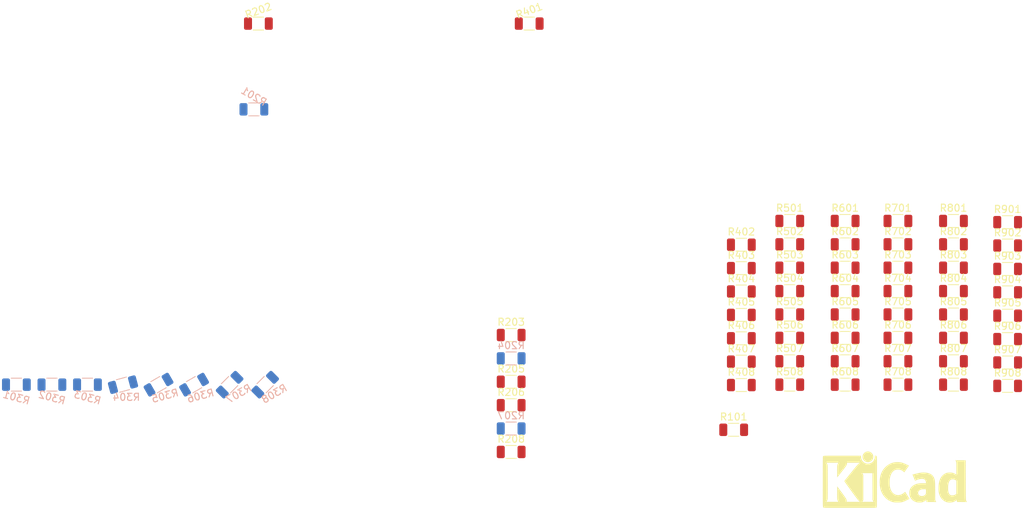
<source format=kicad_pcb>
(kicad_pcb (version 20231231) (generator "pcbnew") (generator_version "7.99")
  (layers (0 "F.Cu" signal) (31 "B.Cu" signal) (34 "B.Paste" user) (35 "F.Paste" user) (36 "B.SilkS" user "B.Silkscreen") (37 "F.SilkS" user "F.Silkscreen") (38 "B.Mask" user) (39 "F.Mask" user) (44 "Edge.Cuts" user))
  (net 0 "")
  (footprint "Resistor_SMD:R_1206_3216Metric" (layer "F.Cu") (at 105.41 88.495)
    (property "Reference" "R205" (at 0 -1.82 0) (layer "F.SilkS"))
    (property "Value" "R")
    (pad "1" smd roundrect (at -1.4625 0) (size 1.125 1.75) (layers "F.Cu" "F.Paste" "F.Mask") (roundrect_rratio 0.222222))
    (pad "2" smd roundrect (at 1.4625 0) (size 1.125 1.75) (layers "F.Cu" "F.Paste" "F.Mask") (roundrect_rratio 0.222222))
  )
  (footprint "Resistor_SMD:R_1206_3216Metric" (layer "F.Cu") (at 175.26 66.04)
    (property "Reference" "R901" (at 0 -1.82 0) (layer "F.SilkS"))
    (property "Value" "R")
    (pad "1" smd roundrect (at -1.4625 0) (size 1.125 1.75) (layers "F.Cu" "F.Paste" "F.Mask") (roundrect_rratio 0.222222))
    (pad "2" smd roundrect (at 1.4625 0) (size 1.125 1.75) (layers "F.Cu" "F.Paste" "F.Mask") (roundrect_rratio 0.222222))
  )
  (footprint "Resistor_SMD:R_1206_3216Metric" (layer "F.Cu") (at 159.8275 79.03)
    (property "Reference" "R705" (at 0 -1.82 0) (layer "F.SilkS"))
    (property "Value" "R")
    (pad "1" smd roundrect (at -1.4625 0) (size 1.125 1.75) (layers "F.Cu" "F.Paste" "F.Mask") (roundrect_rratio 0.222222))
    (pad "2" smd roundrect (at 1.4625 0) (size 1.125 1.75) (layers "F.Cu" "F.Paste" "F.Mask") (roundrect_rratio 0.222222))
  )
  (footprint "Resistor_SMD:R_1206_3216Metric" (layer "F.Cu") (at 107.95 38.1)
    (property "Reference" "R401" (at 0 -1.82 20) (layer "F.SilkS"))
    (property "Value" "R")
    (pad "1" smd roundrect (at -1.4625 0) (size 1.125 1.75) (layers "F.Cu" "F.Paste" "F.Mask") (roundrect_rratio 0.222222))
    (pad "2" smd roundrect (at 1.4625 0) (size 1.125 1.75) (layers "F.Cu" "F.Paste" "F.Mask") (roundrect_rratio 0.222222))
  )
  (footprint "Resistor_SMD:R_1206_3216Metric" (layer "F.Cu") (at 175.26 82.49)
    (property "Reference" "R906" (at 0 -1.82 0) (layer "F.SilkS"))
    (property "Value" "R")
    (pad "1" smd roundrect (at -1.4625 0) (size 1.125 1.75) (layers "F.Cu" "F.Paste" "F.Mask") (roundrect_rratio 0.222222))
    (pad "2" smd roundrect (at 1.4625 0) (size 1.125 1.75) (layers "F.Cu" "F.Paste" "F.Mask") (roundrect_rratio 0.222222))
  )
  (footprint "Resistor_SMD:R_1206_3216Metric" (layer "F.Cu") (at 175.26 72.62)
    (property "Reference" "R903" (at 0 -1.82 0) (layer "F.SilkS"))
    (property "Value" "R")
    (pad "1" smd roundrect (at -1.4625 0) (size 1.125 1.75) (layers "F.Cu" "F.Paste" "F.Mask") (roundrect_rratio 0.222222))
    (pad "2" smd roundrect (at 1.4625 0) (size 1.125 1.75) (layers "F.Cu" "F.Paste" "F.Mask") (roundrect_rratio 0.222222))
  )
  (footprint "Resistor_SMD:R_1206_3216Metric" (layer "F.Cu") (at 137.795 88.955)
    (property "Reference" "R408" (at 0 -1.82 0) (layer "F.SilkS"))
    (property "Value" "R")
    (pad "1" smd roundrect (at -1.4625 0) (size 1.125 1.75) (layers "F.Cu" "F.Paste" "F.Mask") (roundrect_rratio 0.222222))
    (pad "2" smd roundrect (at 1.4625 0) (size 1.125 1.75) (layers "F.Cu" "F.Paste" "F.Mask") (roundrect_rratio 0.222222))
  )
  (footprint "Resistor_SMD:R_1206_3216Metric" (layer "F.Cu") (at 152.4 65.87)
    (property "Reference" "R601" (at 0 -1.82 0) (layer "F.SilkS"))
    (property "Value" "R")
    (pad "1" smd roundrect (at -1.4625 0) (size 1.125 1.75) (layers "F.Cu" "F.Paste" "F.Mask") (roundrect_rratio 0.222222))
    (pad "2" smd roundrect (at 1.4625 0) (size 1.125 1.75) (layers "F.Cu" "F.Paste" "F.Mask") (roundrect_rratio 0.222222))
  )
  (footprint "Resistor_SMD:R_1206_3216Metric" (layer "F.Cu") (at 152.4 75.74)
    (property "Reference" "R604" (at 0 -1.82 0) (layer "F.SilkS"))
    (property "Value" "R")
    (pad "1" smd roundrect (at -1.4625 0) (size 1.125 1.75) (layers "F.Cu" "F.Paste" "F.Mask") (roundrect_rratio 0.222222))
    (pad "2" smd roundrect (at 1.4625 0) (size 1.125 1.75) (layers "F.Cu" "F.Paste" "F.Mask") (roundrect_rratio 0.222222))
  )
  (footprint "Resistor_SMD:R_1206_3216Metric" (layer "F.Cu") (at 175.26 89.07)
    (property "Reference" "R908" (at 0 -1.82 0) (layer "F.SilkS"))
    (property "Value" "R")
    (pad "1" smd roundrect (at -1.4625 0) (size 1.125 1.75) (layers "F.Cu" "F.Paste" "F.Mask") (roundrect_rratio 0.222222))
    (pad "2" smd roundrect (at 1.4625 0) (size 1.125 1.75) (layers "F.Cu" "F.Paste" "F.Mask") (roundrect_rratio 0.222222))
  )
  (footprint "Resistor_SMD:R_1206_3216Metric" (layer "F.Cu") (at 105.41 91.785)
    (property "Reference" "R206" (at 0 -1.82 0) (layer "F.SilkS"))
    (property "Value" "R")
    (pad "1" smd roundrect (at -1.4625 0) (size 1.125 1.75) (layers "F.Cu" "F.Paste" "F.Mask") (roundrect_rratio 0.222222))
    (pad "2" smd roundrect (at 1.4625 0) (size 1.125 1.75) (layers "F.Cu" "F.Paste" "F.Mask") (roundrect_rratio 0.222222))
  )
  (footprint "Resistor_SMD:R_1206_3216Metric" (layer "F.Cu") (at 175.26 75.91)
    (property "Reference" "R904" (at 0 -1.82 0) (layer "F.SilkS"))
    (property "Value" "R")
    (pad "1" smd roundrect (at -1.4625 0) (size 1.125 1.75) (layers "F.Cu" "F.Paste" "F.Mask") (roundrect_rratio 0.222222))
    (pad "2" smd roundrect (at 1.4625 0) (size 1.125 1.75) (layers "F.Cu" "F.Paste" "F.Mask") (roundrect_rratio 0.222222))
  )
  (footprint "Resistor_SMD:R_1206_3216Metric" (layer "F.Cu") (at 159.8275 88.9)
    (property "Reference" "R708" (at 0 -1.82 0) (layer "F.SilkS"))
    (property "Value" "R")
    (pad "1" smd roundrect (at -1.4625 0) (size 1.125 1.75) (layers "F.Cu" "F.Paste" "F.Mask") (roundrect_rratio 0.222222))
    (pad "2" smd roundrect (at 1.4625 0) (size 1.125 1.75) (layers "F.Cu" "F.Paste" "F.Mask") (roundrect_rratio 0.222222))
  )
  (footprint "Resistor_SMD:R_1206_3216Metric" (layer "F.Cu") (at 167.64 65.87)
    (property "Reference" "R801" (at 0 -1.82 0) (layer "F.SilkS"))
    (property "Value" "R")
    (pad "1" smd roundrect (at -1.4625 0) (size 1.125 1.75) (layers "F.Cu" "F.Paste" "F.Mask") (roundrect_rratio 0.222222))
    (pad "2" smd roundrect (at 1.4625 0) (size 1.125 1.75) (layers "F.Cu" "F.Paste" "F.Mask") (roundrect_rratio 0.222222))
  )
  (footprint "Resistor_SMD:R_1206_3216Metric" (layer "F.Cu") (at 69.85 38.1)
    (property "Reference" "R202" (at 0 -1.82 20) (layer "F.SilkS"))
    (property "Value" "R")
    (pad "1" smd roundrect (at -1.4625 0) (size 1.125 1.75) (layers "F.Cu" "F.Paste" "F.Mask") (roundrect_rratio 0.222222))
    (pad "2" smd roundrect (at 1.4625 0) (size 1.125 1.75) (layers "F.Cu" "F.Paste" "F.Mask") (roundrect_rratio 0.222222))
  )
  (footprint "Resistor_SMD:R_1206_3216Metric" (layer "F.Cu") (at 175.26 69.33)
    (property "Reference" "R902" (at 0 -1.82 0) (layer "F.SilkS"))
    (property "Value" "R")
    (pad "1" smd roundrect (at -1.4625 0) (size 1.125 1.75) (layers "F.Cu" "F.Paste" "F.Mask") (roundrect_rratio 0.222222))
    (pad "2" smd roundrect (at 1.4625 0) (size 1.125 1.75) (layers "F.Cu" "F.Paste" "F.Mask") (roundrect_rratio 0.222222))
  )
  (footprint "Resistor_SMD:R_1206_3216Metric" (layer "F.Cu") (at 159.8275 82.32)
    (property "Reference" "R706" (at 0 -1.82 0) (layer "F.SilkS"))
    (property "Value" "R")
    (pad "1" smd roundrect (at -1.4625 0) (size 1.125 1.75) (layers "F.Cu" "F.Paste" "F.Mask") (roundrect_rratio 0.222222))
    (pad "2" smd roundrect (at 1.4625 0) (size 1.125 1.75) (layers "F.Cu" "F.Paste" "F.Mask") (roundrect_rratio 0.222222))
  )
  (footprint "Resistor_SMD:R_1206_3216Metric" (layer "F.Cu") (at 137.795 75.795)
    (property "Reference" "R404" (at 0 -1.82 0) (layer "F.SilkS"))
    (property "Value" "R")
    (pad "1" smd roundrect (at -1.4625 0) (size 1.125 1.75) (layers "F.Cu" "F.Paste" "F.Mask") (roundrect_rratio 0.222222))
    (pad "2" smd roundrect (at 1.4625 0) (size 1.125 1.75) (layers "F.Cu" "F.Paste" "F.Mask") (roundrect_rratio 0.222222))
  )
  (footprint "Resistor_SMD:R_1206_3216Metric" (layer "F.Cu") (at 144.6075 79.03)
    (property "Reference" "R505" (at 0 -1.82 0) (layer "F.SilkS"))
    (property "Value" "R")
    (pad "1" smd roundrect (at -1.4625 0) (size 1.125 1.75) (layers "F.Cu" "F.Paste" "F.Mask") (roundrect_rratio 0.222222))
    (pad "2" smd roundrect (at 1.4625 0) (size 1.125 1.75) (layers "F.Cu" "F.Paste" "F.Mask") (roundrect_rratio 0.222222))
  )
  (footprint "Resistor_SMD:R_1206_3216Metric" (layer "F.Cu") (at 167.64 88.9)
    (property "Reference" "R808" (at 0 -1.82 0) (layer "F.SilkS"))
    (property "Value" "R")
    (pad "1" smd roundrect (at -1.4625 0) (size 1.125 1.75) (layers "F.Cu" "F.Paste" "F.Mask") (roundrect_rratio 0.222222))
    (pad "2" smd roundrect (at 1.4625 0) (size 1.125 1.75) (layers "F.Cu" "F.Paste" "F.Mask") (roundrect_rratio 0.222222))
  )
  (footprint "Resistor_SMD:R_1206_3216Metric" (layer "F.Cu") (at 136.7175 95.25)
    (property "Reference" "R101" (at 0 -1.82 0) (layer "F.SilkS"))
    (property "Value" "R")
    (pad "1" smd roundrect (at -1.4625 0) (size 1.125 1.75) (layers "F.Cu" "F.Paste" "F.Mask") (roundrect_rratio 0.222222))
    (pad "2" smd roundrect (at 1.4625 0) (size 1.125 1.75) (layers "F.Cu" "F.Paste" "F.Mask") (roundrect_rratio 0.222222))
  )
  (footprint "Resistor_SMD:R_1206_3216Metric" (layer "F.Cu") (at 175.26 85.78)
    (property "Reference" "R907" (at 0 -1.82 0) (layer "F.SilkS"))
    (property "Value" "R")
    (pad "1" smd roundrect (at -1.4625 0) (size 1.125 1.75) (layers "F.Cu" "F.Paste" "F.Mask") (roundrect_rratio 0.222222))
    (pad "2" smd roundrect (at 1.4625 0) (size 1.125 1.75) (layers "F.Cu" "F.Paste" "F.Mask") (roundrect_rratio 0.222222))
  )
  (footprint "Resistor_SMD:R_1206_3216Metric" (layer "F.Cu") (at 152.4 82.32)
    (property "Reference" "R606" (at 0 -1.82 0) (layer "F.SilkS"))
    (property "Value" "R")
    (pad "1" smd roundrect (at -1.4625 0) (size 1.125 1.75) (layers "F.Cu" "F.Paste" "F.Mask") (roundrect_rratio 0.222222))
    (pad "2" smd roundrect (at 1.4625 0) (size 1.125 1.75) (layers "F.Cu" "F.Paste" "F.Mask") (roundrect_rratio 0.222222))
  )
  (footprint "Resistor_SMD:R_1206_3216Metric" (layer "F.Cu") (at 144.6075 82.32)
    (property "Reference" "R506" (at 0 -1.82 0) (layer "F.SilkS"))
    (property "Value" "R")
    (pad "1" smd roundrect (at -1.4625 0) (size 1.125 1.75) (layers "F.Cu" "F.Paste" "F.Mask") (roundrect_rratio 0.222222))
    (pad "2" smd roundrect (at 1.4625 0) (size 1.125 1.75) (layers "F.Cu" "F.Paste" "F.Mask") (roundrect_rratio 0.222222))
  )
  (footprint "Resistor_SMD:R_1206_3216Metric" (layer "F.Cu") (at 144.6075 72.45)
    (property "Reference" "R503" (at 0 -1.82 0) (layer "F.SilkS"))
    (property "Value" "R")
    (pad "1" smd roundrect (at -1.4625 0) (size 1.125 1.75) (layers "F.Cu" "F.Paste" "F.Mask") (roundrect_rratio 0.222222))
    (pad "2" smd roundrect (at 1.4625 0) (size 1.125 1.75) (layers "F.Cu" "F.Paste" "F.Mask") (roundrect_rratio 0.222222))
  )
  (footprint "Resistor_SMD:R_1206_3216Metric" (layer "F.Cu") (at 144.6075 65.87)
    (property "Reference" "R501" (at 0 -1.82 0) (layer "F.SilkS"))
    (property "Value" "R")
    (pad "1" smd roundrect (at -1.4625 0) (size 1.125 1.75) (layers "F.Cu" "F.Paste" "F.Mask") (roundrect_rratio 0.222222))
    (pad "2" smd roundrect (at 1.4625 0) (size 1.125 1.75) (layers "F.Cu" "F.Paste" "F.Mask") (roundrect_rratio 0.222222))
  )
  (footprint "Resistor_SMD:R_1206_3216Metric" (layer "F.Cu") (at 152.4 85.61)
    (property "Reference" "R607" (at 0 -1.82 0) (layer "F.SilkS"))
    (property "Value" "R")
    (pad "1" smd roundrect (at -1.4625 0) (size 1.125 1.75) (layers "F.Cu" "F.Paste" "F.Mask") (roundrect_rratio 0.222222))
    (pad "2" smd roundrect (at 1.4625 0) (size 1.125 1.75) (layers "F.Cu" "F.Paste" "F.Mask") (roundrect_rratio 0.222222))
  )
  (footprint "Resistor_SMD:R_1206_3216Metric" (layer "F.Cu") (at 167.64 85.61)
    (property "Reference" "R807" (at 0 -1.82 0) (layer "F.SilkS"))
    (property "Value" "R")
    (pad "1" smd roundrect (at -1.4625 0) (size 1.125 1.75) (layers "F.Cu" "F.Paste" "F.Mask") (roundrect_rratio 0.222222))
    (pad "2" smd roundrect (at 1.4625 0) (size 1.125 1.75) (layers "F.Cu" "F.Paste" "F.Mask") (roundrect_rratio 0.222222))
  )
  (footprint "Resistor_SMD:R_1206_3216Metric" (layer "F.Cu") (at 137.795 69.215)
    (property "Reference" "R402" (at 0 -1.82 0) (layer "F.SilkS"))
    (property "Value" "R")
    (pad "1" smd roundrect (at -1.4625 0) (size 1.125 1.75) (layers "F.Cu" "F.Paste" "F.Mask") (roundrect_rratio 0.222222))
    (pad "2" smd roundrect (at 1.4625 0) (size 1.125 1.75) (layers "F.Cu" "F.Paste" "F.Mask") (roundrect_rratio 0.222222))
  )
  (footprint "Resistor_SMD:R_1206_3216Metric" (layer "F.Cu") (at 175.26 79.2)
    (property "Reference" "R905" (at 0 -1.82 0) (layer "F.SilkS"))
    (property "Value" "R")
    (pad "1" smd roundrect (at -1.4625 0) (size 1.125 1.75) (layers "F.Cu" "F.Paste" "F.Mask") (roundrect_rratio 0.222222))
    (pad "2" smd roundrect (at 1.4625 0) (size 1.125 1.75) (layers "F.Cu" "F.Paste" "F.Mask") (roundrect_rratio 0.222222))
  )
  (footprint "Resistor_SMD:R_1206_3216Metric" (layer "F.Cu") (at 167.64 75.74)
    (property "Reference" "R804" (at 0 -1.82 0) (layer "F.SilkS"))
    (property "Value" "R")
    (pad "1" smd roundrect (at -1.4625 0) (size 1.125 1.75) (layers "F.Cu" "F.Paste" "F.Mask") (roundrect_rratio 0.222222))
    (pad "2" smd roundrect (at 1.4625 0) (size 1.125 1.75) (layers "F.Cu" "F.Paste" "F.Mask") (roundrect_rratio 0.222222))
  )
  (footprint "Resistor_SMD:R_1206_3216Metric" (layer "F.Cu") (at 152.4 79.03)
    (property "Reference" "R605" (at 0 -1.82 0) (layer "F.SilkS"))
    (property "Value" "R")
    (pad "1" smd roundrect (at -1.4625 0) (size 1.125 1.75) (layers "F.Cu" "F.Paste" "F.Mask") (roundrect_rratio 0.222222))
    (pad "2" smd roundrect (at 1.4625 0) (size 1.125 1.75) (layers "F.Cu" "F.Paste" "F.Mask") (roundrect_rratio 0.222222))
  )
  (footprint "Resistor_SMD:R_1206_3216Metric" (layer "F.Cu") (at 144.6075 88.9)
    (property "Reference" "R508" (at 0 -1.82 0) (layer "F.SilkS"))
    (property "Value" "R")
    (pad "1" smd roundrect (at -1.4625 0) (size 1.125 1.75) (layers "F.Cu" "F.Paste" "F.Mask") (roundrect_rratio 0.222222))
    (pad "2" smd roundrect (at 1.4625 0) (size 1.125 1.75) (layers "F.Cu" "F.Paste" "F.Mask") (roundrect_rratio 0.222222))
  )
  (footprint "Resistor_SMD:R_1206_3216Metric" (layer "F.Cu") (at 159.8275 69.16)
    (property "Reference" "R702" (at 0 -1.82 0) (layer "F.SilkS"))
    (property "Value" "R")
    (pad "1" smd roundrect (at -1.4625 0) (size 1.125 1.75) (layers "F.Cu" "F.Paste" "F.Mask") (roundrect_rratio 0.222222))
    (pad "2" smd roundrect (at 1.4625 0) (size 1.125 1.75) (layers "F.Cu" "F.Paste" "F.Mask") (roundrect_rratio 0.222222))
  )
  (footprint "Resistor_SMD:R_1206_3216Metric" (layer "F.Cu") (at 159.8275 75.74)
    (property "Reference" "R704" (at 0 -1.82 0) (layer "F.SilkS"))
    (property "Value" "R")
    (pad "1" smd roundrect (at -1.4625 0) (size 1.125 1.75) (layers "F.Cu" "F.Paste" "F.Mask") (roundrect_rratio 0.222222))
    (pad "2" smd roundrect (at 1.4625 0) (size 1.125 1.75) (layers "F.Cu" "F.Paste" "F.Mask") (roundrect_rratio 0.222222))
  )
  (footprint "Resistor_SMD:R_1206_3216Metric" (layer "F.Cu") (at 137.795 72.505)
    (property "Reference" "R403" (at 0 -1.82 0) (layer "F.SilkS"))
    (property "Value" "R")
    (pad "1" smd roundrect (at -1.4625 0) (size 1.125 1.75) (layers "F.Cu" "F.Paste" "F.Mask") (roundrect_rratio 0.222222))
    (pad "2" smd roundrect (at 1.4625 0) (size 1.125 1.75) (layers "F.Cu" "F.Paste" "F.Mask") (roundrect_rratio 0.222222))
  )
  (footprint "Resistor_SMD:R_1206_3216Metric" (layer "F.Cu") (at 152.4 72.45)
    (property "Reference" "R603" (at 0 -1.82 0) (layer "F.SilkS"))
    (property "Value" "R")
    (pad "1" smd roundrect (at -1.4625 0) (size 1.125 1.75) (layers "F.Cu" "F.Paste" "F.Mask") (roundrect_rratio 0.222222))
    (pad "2" smd roundrect (at 1.4625 0) (size 1.125 1.75) (layers "F.Cu" "F.Paste" "F.Mask") (roundrect_rratio 0.222222))
  )
  (footprint "Resistor_SMD:R_1206_3216Metric" (layer "F.Cu") (at 137.795 82.375)
    (property "Reference" "R406" (at 0 -1.82 0) (layer "F.SilkS"))
    (property "Value" "R")
    (pad "1" smd roundrect (at -1.4625 0) (size 1.125 1.75) (layers "F.Cu" "F.Paste" "F.Mask") (roundrect_rratio 0.222222))
    (pad "2" smd roundrect (at 1.4625 0) (size 1.125 1.75) (layers "F.Cu" "F.Paste" "F.Mask") (roundrect_rratio 0.222222))
  )
  (footprint "Resistor_SMD:R_1206_3216Metric" (layer "F.Cu") (at 144.6075 75.74)
    (property "Reference" "R504" (at 0 -1.82 0) (layer "F.SilkS"))
    (property "Value" "R")
    (pad "1" smd roundrect (at -1.4625 0) (size 1.125 1.75) (layers "F.Cu" "F.Paste" "F.Mask") (roundrect_rratio 0.222222))
    (pad "2" smd roundrect (at 1.4625 0) (size 1.125 1.75) (layers "F.Cu" "F.Paste" "F.Mask") (roundrect_rratio 0.222222))
  )
  (footprint "Resistor_SMD:R_1206_3216Metric" (layer "F.Cu") (at 105.41 81.915)
    (property "Reference" "R203" (at 0 -1.82 0) (layer "F.SilkS"))
    (property "Value" "R")
    (pad "1" smd roundrect (at -1.4625 0) (size 1.125 1.75) (layers "F.Cu" "F.Paste" "F.Mask") (roundrect_rratio 0.222222))
    (pad "2" smd roundrect (at 1.4625 0) (size 1.125 1.75) (layers "F.Cu" "F.Paste" "F.Mask") (roundrect_rratio 0.222222))
  )
  (footprint "Resistor_SMD:R_1206_3216Metric" (layer "F.Cu") (at 167.64 72.45)
    (property "Reference" "R803" (at 0 -1.82 0) (layer "F.SilkS"))
    (property "Value" "R")
    (pad "1" smd roundrect (at -1.4625 0) (size 1.125 1.75) (layers "F.Cu" "F.Paste" "F.Mask") (roundrect_rratio 0.222222))
    (pad "2" smd roundrect (at 1.4625 0) (size 1.125 1.75) (layers "F.Cu" "F.Paste" "F.Mask") (roundrect_rratio 0.222222))
  )
  (footprint "Resistor_SMD:R_1206_3216Metric" (layer "F.Cu") (at 137.795 85.665)
    (property "Reference" "R407" (at 0 -1.82 0) (layer "F.SilkS"))
    (property "Value" "R")
    (pad "1" smd roundrect (at -1.4625 0) (size 1.125 1.75) (layers "F.Cu" "F.Paste" "F.Mask") (roundrect_rratio 0.222222))
    (pad "2" smd roundrect (at 1.4625 0) (size 1.125 1.75) (layers "F.Cu" "F.Paste" "F.Mask") (roundrect_rratio 0.222222))
  )
  (footprint "Resistor_SMD:R_1206_3216Metric" (layer "F.Cu") (at 167.64 82.32)
    (property "Reference" "R806" (at 0 -1.82 0) (layer "F.SilkS"))
    (property "Value" "R")
    (pad "1" smd roundrect (at -1.4625 0) (size 1.125 1.75) (layers "F.Cu" "F.Paste" "F.Mask") (roundrect_rratio 0.222222))
    (pad "2" smd roundrect (at 1.4625 0) (size 1.125 1.75) (layers "F.Cu" "F.Paste" "F.Mask") (roundrect_rratio 0.222222))
  )
  (footprint "Resistor_SMD:R_1206_3216Metric" (layer "F.Cu") (at 152.4 69.16)
    (property "Reference" "R602" (at 0 -1.82 0) (layer "F.SilkS"))
    (property "Value" "R")
    (pad "1" smd roundrect (at -1.4625 0) (size 1.125 1.75) (layers "F.Cu" "F.Paste" "F.Mask") (roundrect_rratio 0.222222))
    (pad "2" smd roundrect (at 1.4625 0) (size 1.125 1.75) (layers "F.Cu" "F.Paste" "F.Mask") (roundrect_rratio 0.222222))
  )
  (footprint "Resistor_SMD:R_1206_3216Metric" (layer "F.Cu") (at 159.8275 72.45)
    (property "Reference" "R703" (at 0 -1.82 0) (layer "F.SilkS"))
    (property "Value" "R")
    (pad "1" smd roundrect (at -1.4625 0) (size 1.125 1.75) (layers "F.Cu" "F.Paste" "F.Mask") (roundrect_rratio 0.222222))
    (pad "2" smd roundrect (at 1.4625 0) (size 1.125 1.75) (layers "F.Cu" "F.Paste" "F.Mask") (roundrect_rratio 0.222222))
  )
  (footprint "Resistor_SMD:R_1206_3216Metric" (layer "F.Cu") (at 105.41 98.365)
    (property "Reference" "R208" (at 0 -1.82 0) (layer "F.SilkS"))
    (property "Value" "R")
    (pad "1" smd roundrect (at -1.4625 0) (size 1.125 1.75) (layers "F.Cu" "F.Paste" "F.Mask") (roundrect_rratio 0.222222))
    (pad "2" smd roundrect (at 1.4625 0) (size 1.125 1.75) (layers "F.Cu" "F.Paste" "F.Mask") (roundrect_rratio 0.222222))
  )
  (footprint "Resistor_SMD:R_1206_3216Metric" (layer "F.Cu") (at 159.8275 65.87)
    (property "Reference" "R701" (at 0 -1.82 0) (layer "F.SilkS"))
    (property "Value" "R")
    (pad "1" smd roundrect (at -1.4625 0) (size 1.125 1.75) (layers "F.Cu" "F.Paste" "F.Mask") (roundrect_rratio 0.222222))
    (pad "2" smd roundrect (at 1.4625 0) (size 1.125 1.75) (layers "F.Cu" "F.Paste" "F.Mask") (roundrect_rratio 0.222222))
  )
  (footprint "Resistor_SMD:R_1206_3216Metric" (layer "F.Cu") (at 159.8275 85.61)
    (property "Reference" "R707" (at 0 -1.82 0) (layer "F.SilkS"))
    (property "Value" "R")
    (pad "1" smd roundrect (at -1.4625 0) (size 1.125 1.75) (layers "F.Cu" "F.Paste" "F.Mask") (roundrect_rratio 0.222222))
    (pad "2" smd roundrect (at 1.4625 0) (size 1.125 1.75) (layers "F.Cu" "F.Paste" "F.Mask") (roundrect_rratio 0.222222))
  )
  (footprint "Resistor_SMD:R_1206_3216Metric" (layer "F.Cu") (at 167.64 79.03)
    (property "Reference" "R805" (at 0 -1.82 0) (layer "F.SilkS"))
    (property "Value" "R")
    (pad "1" smd roundrect (at -1.4625 0) (size 1.125 1.75) (layers "F.Cu" "F.Paste" "F.Mask") (roundrect_rratio 0.222222))
    (pad "2" smd roundrect (at 1.4625 0) (size 1.125 1.75) (layers "F.Cu" "F.Paste" "F.Mask") (roundrect_rratio 0.222222))
  )
  (footprint "Resistor_SMD:R_1206_3216Metric" (layer "F.Cu") (at 152.4 88.9)
    (property "Reference" "R608" (at 0 -1.82 0) (layer "F.SilkS"))
    (property "Value" "R")
    (pad "1" smd roundrect (at -1.4625 0) (size 1.125 1.75) (layers "F.Cu" "F.Paste" "F.Mask") (roundrect_rratio 0.222222))
    (pad "2" smd roundrect (at 1.4625 0) (size 1.125 1.75) (layers "F.Cu" "F.Paste" "F.Mask") (roundrect_rratio 0.222222))
  )
  (footprint "Resistor_SMD:R_1206_3216Metric" (layer "F.Cu") (at 137.795 79.085)
    (property "Reference" "R405" (at 0 -1.82 0) (layer "F.SilkS"))
    (property "Value" "R")
    (pad "1" smd roundrect (at -1.4625 0) (size 1.125 1.75) (layers "F.Cu" "F.Paste" "F.Mask") (roundrect_rratio 0.222222))
    (pad "2" smd roundrect (at 1.4625 0) (size 1.125 1.75) (layers "F.Cu" "F.Paste" "F.Mask") (roundrect_rratio 0.222222))
  )
  (footprint "Resistor_SMD:R_1206_3216Metric" (layer "F.Cu") (at 144.6075 69.16)
    (property "Reference" "R502" (at 0 -1.82 0) (layer "F.SilkS"))
    (property "Value" "R")
    (pad "1" smd roundrect (at -1.4625 0) (size 1.125 1.75) (layers "F.Cu" "F.Paste" "F.Mask") (roundrect_rratio 0.222222))
    (pad "2" smd roundrect (at 1.4625 0) (size 1.125 1.75) (layers "F.Cu" "F.Paste" "F.Mask") (roundrect_rratio 0.222222))
  )
  (footprint "Resistor_SMD:R_1206_3216Metric" (layer "F.Cu") (at 144.6075 85.61)
    (property "Reference" "R507" (at 0 -1.82 0) (layer "F.SilkS"))
    (property "Value" "R")
    (pad "1" smd roundrect (at -1.4625 0) (size 1.125 1.75) (layers "F.Cu" "F.Paste" "F.Mask") (roundrect_rratio 0.222222))
    (pad "2" smd roundrect (at 1.4625 0) (size 1.125 1.75) (layers "F.Cu" "F.Paste" "F.Mask") (roundrect_rratio 0.222222))
  )
  (footprint "Symbol:KiCad-Logo_8mm_SilkScreen" (layer "F.Cu") (at 159.385 102.235)
    (property "Reference" "REF**" (hide yes))
    (property "Value" "KiCad-Logo_8mm_SilkScreen" (hide yes))
  )
  (footprint "Resistor_SMD:R_1206_3216Metric" (layer "F.Cu") (at 167.64 69.16)
    (property "Reference" "R802" (at 0 -1.82 0) (layer "F.SilkS"))
    (property "Value" "R")
    (pad "1" smd roundrect (at -1.4625 0) (size 1.125 1.75) (layers "F.Cu" "F.Paste" "F.Mask") (roundrect_rratio 0.222222))
    (pad "2" smd roundrect (at 1.4625 0) (size 1.125 1.75) (layers "F.Cu" "F.Paste" "F.Mask") (roundrect_rratio 0.222222))
  )
  (footprint "Resistor_SMD:R_1206_3216Metric" (layer "B.Cu") (at 70.8 88.9 45)
    (property "Reference" "R308" (at 0 1.82 210) (layer "B.SilkS") (effects (justify mirror)))
    (property "Value" "R")
    (pad "1" smd roundrect (at -1.4625 0 45) (size 1.125 1.75) (layers "B.Cu" "B.Paste" "B.Mask") (roundrect_rratio 0.222222))
    (pad "2" smd roundrect (at 1.4625 0 45) (size 1.125 1.75) (layers "B.Cu" "B.Paste" "B.Mask") (roundrect_rratio 0.222222))
  )
  (footprint "Resistor_SMD:R_1206_3216Metric" (layer "B.Cu") (at 60.8 88.9 30)
    (property "Reference" "R306" (at 0 1.82 195) (layer "B.SilkS") (effects (justify mirror)))
    (property "Value" "R")
    (pad "1" smd roundrect (at -1.4625 0 30) (size 1.125 1.75) (layers "B.Cu" "B.Paste" "B.Mask") (roundrect_rratio 0.222222))
    (pad "2" smd roundrect (at 1.4625 0 30) (size 1.125 1.75) (layers "B.Cu" "B.Paste" "B.Mask") (roundrect_rratio 0.222222))
  )
  (footprint "Resistor_SMD:R_1206_3216Metric" (layer "B.Cu") (at 40.8 88.9)
    (property "Reference" "R302" (at 0 1.82 165) (layer "B.SilkS") (effects (justify mirror)))
    (property "Value" "R")
    (pad "1" smd roundrect (at -1.4625 0) (size 1.125 1.75) (layers "B.Cu" "B.Paste" "B.Mask") (roundrect_rratio 0.222222))
    (pad "2" smd roundrect (at 1.4625 0) (size 1.125 1.75) (layers "B.Cu" "B.Paste" "B.Mask") (roundrect_rratio 0.222222))
  )
  (footprint "Resistor_SMD:R_1206_3216Metric" (layer "B.Cu") (at 65.8 88.9 45)
    (property "Reference" "R307" (at 0 1.82 210) (layer "B.SilkS") (effects (justify mirror)))
    (property "Value" "R")
    (pad "1" smd roundrect (at -1.4625 0 45) (size 1.125 1.75) (layers "B.Cu" "B.Paste" "B.Mask") (roundrect_rratio 0.222222))
    (pad "2" smd roundrect (at 1.4625 0 45) (size 1.125 1.75) (layers "B.Cu" "B.Paste" "B.Mask") (roundrect_rratio 0.222222))
  )
  (footprint "Resistor_SMD:R_1206_3216Metric" (layer "B.Cu") (at 35.8 88.9)
    (property "Reference" "R301" (at 0 1.82 165) (layer "B.SilkS") (effects (justify mirror)))
    (property "Value" "R")
    (pad "1" smd roundrect (at -1.4625 0) (size 1.125 1.75) (layers "B.Cu" "B.Paste" "B.Mask") (roundrect_rratio 0.222222))
    (pad "2" smd roundrect (at 1.4625 0) (size 1.125 1.75) (layers "B.Cu" "B.Paste" "B.Mask") (roundrect_rratio 0.222222))
  )
  (footprint "Resistor_SMD:R_1206_3216Metric" (layer "B.Cu") (at 105.41 85.205 180)
    (property "Reference" "R204" (at 0 1.82 180) (layer "B.SilkS") (effects (justify mirror)))
    (property "Value" "R")
    (pad "1" smd roundrect (at -1.4625 0 180) (size 1.125 1.75) (layers "B.Cu" "B.Paste" "B.Mask") (roundrect_rratio 0.222222))
    (pad "2" smd roundrect (at 1.4625 0 180) (size 1.125 1.75) (layers "B.Cu" "B.Paste" "B.Mask") (roundrect_rratio 0.222222))
  )
  (footprint "Resistor_SMD:R_1206_3216Metric" (layer "B.Cu") (at 50.8 88.9 15)
    (property "Reference" "R304" (at 0 1.82 180) (layer "B.SilkS") (effects (justify mirror)))
    (property "Value" "R")
    (pad "1" smd roundrect (at -1.462501 0 15) (size 1.125 1.75) (layers "B.Cu" "B.Paste" "B.Mask") (roundrect_rratio 0.222222))
    (pad "2" smd roundrect (at 1.462501 0 15) (size 1.125 1.75) (layers "B.Cu" "B.Paste" "B.Mask") (roundrect_rratio 0.222222))
  )
  (footprint "Resistor_SMD:R_1206_3216Metric" (layer "B.Cu") (at 55.8 88.9 30)
    (property "Reference" "R305" (at 0 1.82 195) (layer "B.SilkS") (effects (justify mirror)))
    (property "Value" "R")
    (pad "1" smd roundrect (at -1.4625 0 30) (size 1.125 1.75) (layers "B.Cu" "B.Paste" "B.Mask") (roundrect_rratio 0.222222))
    (pad "2" smd roundrect (at 1.4625 0 30) (size 1.125 1.75) (layers "B.Cu" "B.Paste" "B.Mask") (roundrect_rratio 0.222222))
  )
  (footprint "Resistor_SMD:R_1206_3216Metric" (layer "B.Cu") (at 69.215 50.165 180)
    (property "Reference" "R201" (at 0 1.82 -30) (layer "B.SilkS") (effects (justify mirror)))
    (property "Value" "R")
    (pad "1" smd roundrect (at -1.4625 0 180) (size 1.125 1.75) (layers "B.Cu" "B.Paste" "B.Mask") (roundrect_rratio 0.222222))
    (pad "2" smd roundrect (at 1.4625 0 180) (size 1.125 1.75) (layers "B.Cu" "B.Paste" "B.Mask") (roundrect_rratio 0.222222))
  )
  (footprint "Resistor_SMD:R_1206_3216Metric" (layer "B.Cu") (at 105.41 95.075 180)
    (property "Reference" "R207" (at 0 1.82 180) (layer "B.SilkS") (effects (justify mirror)))
    (property "Value" "R")
    (pad "1" smd roundrect (at -1.4625 0 180) (size 1.125 1.75) (layers "B.Cu" "B.Paste" "B.Mask") (roundrect_rratio 0.222222))
    (pad "2" smd roundrect (at 1.4625 0 180) (size 1.125 1.75) (layers "B.Cu" "B.Paste" "B.Mask") (roundrect_rratio 0.222222))
  )
  (footprint "Resistor_SMD:R_1206_3216Metric" (layer "B.Cu") (at 45.8 88.9)
    (property "Reference" "R303" (at 0 1.82 165) (layer "B.SilkS") (effects (justify mirror)))
    (property "Value" "R")
    (pad "1" smd roundrect (at -1.4625 0) (size 1.125 1.75) (layers "B.Cu" "B.Paste" "B.Mask") (roundrect_rratio 0.222222))
    (pad "2" smd roundrect (at 1.4625 0) (size 1.125 1.75) (layers "B.Cu" "B.Paste" "B.Mask") (roundrect_rratio 0.222222))
  )
)
</source>
